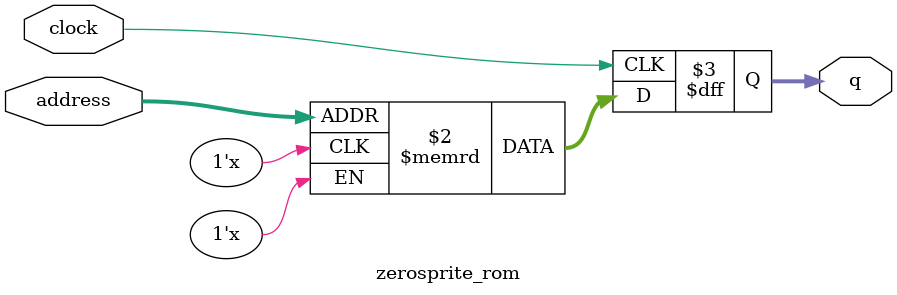
<source format=sv>
module zerosprite_rom (
	input logic clock,
	input logic [7:0] address,
	output logic [3:0] q
);

logic [3:0] memory [0:241] /* synthesis ram_init_file = "./zerosprite/zerosprite.mif" */;

always_ff @ (posedge clock) begin
	q <= memory[address];
end

endmodule

</source>
